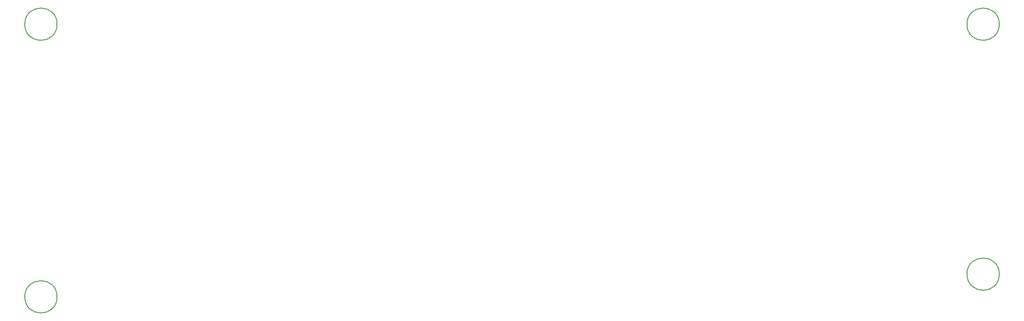
<source format=gbr>
%TF.GenerationSoftware,KiCad,Pcbnew,8.0.5*%
%TF.CreationDate,2024-10-14T17:38:25-04:00*%
%TF.ProjectId,board,626f6172-642e-46b6-9963-61645f706362,1*%
%TF.SameCoordinates,Original*%
%TF.FileFunction,Other,Comment*%
%FSLAX46Y46*%
G04 Gerber Fmt 4.6, Leading zero omitted, Abs format (unit mm)*
G04 Created by KiCad (PCBNEW 8.0.5) date 2024-10-14 17:38:25*
%MOMM*%
%LPD*%
G01*
G04 APERTURE LIST*
%ADD10C,0.150000*%
G04 APERTURE END LIST*
D10*
%TO.C,REF\u002A\u002A*%
X45700000Y-92000000D02*
G75*
G02*
X39300000Y-92000000I-3200000J0D01*
G01*
X39300000Y-92000000D02*
G75*
G02*
X45700000Y-92000000I3200000J0D01*
G01*
X232200000Y-38000000D02*
G75*
G02*
X225800000Y-38000000I-3200000J0D01*
G01*
X225800000Y-38000000D02*
G75*
G02*
X232200000Y-38000000I3200000J0D01*
G01*
X232200000Y-87500000D02*
G75*
G02*
X225800000Y-87500000I-3200000J0D01*
G01*
X225800000Y-87500000D02*
G75*
G02*
X232200000Y-87500000I3200000J0D01*
G01*
X45700000Y-38000000D02*
G75*
G02*
X39300000Y-38000000I-3200000J0D01*
G01*
X39300000Y-38000000D02*
G75*
G02*
X45700000Y-38000000I3200000J0D01*
G01*
%TD*%
M02*

</source>
